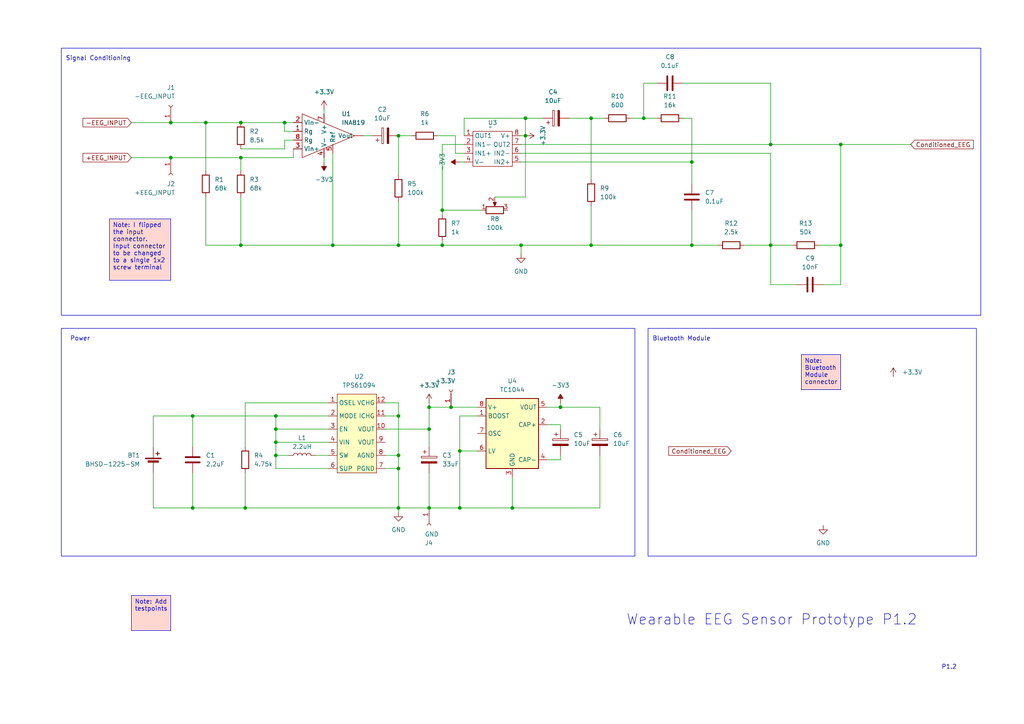
<source format=kicad_sch>
(kicad_sch (version 20230121) (generator eeschema)
  (paper "A4")
  (lib_symbols
    (symbol "Connector:Conn_01x01_Socket" (pin_names (offset 1.016) hide)
      (property "Reference" "J" (at 0 2.54 0))
      (property "Value" "Conn_01x01_Socket" (at 0 -2.54 0))
      (symbol "Conn_01x01_Socket_1_1"
        (polyline (pts (xy -1.27 0) (xy -0.508 0)) (stroke (width 0.1524)))
        (arc (start 0 0.508) (mid -0.5058 0) (end 0 -0.508) (stroke (width 0.1524)))
        (pin passive line (at -5.08 0 0) (length 3.81) (name "Pin_1") (number "1"))
      )
    )
    (symbol "Device:Battery_Cell" (pin_numbers hide) (pin_names (offset 0) hide)
      (property "Reference" "BT" (at 2.54 2.54 0))
      (property "Value" "Battery_Cell" (at 2.54 0 0))
      (symbol "Battery_Cell_0_1"
        (rectangle (start -2.286 1.778) (end 2.286 1.524) (fill (type outline)))
        (rectangle (start -1.524 1.016) (end 1.524 0.508) (fill (type outline)))
        (polyline (pts (xy 0 0.762) (xy 0 0)))
        (polyline (pts (xy 0 1.778) (xy 0 2.54)))
        (polyline (pts (xy 0.762 3.048) (xy 1.778 3.048)) (stroke (width 0.254)))
        (polyline (pts (xy 1.27 3.556) (xy 1.27 2.54)) (stroke (width 0.254)))
      )
      (symbol "Battery_Cell_1_1"
        (pin passive line (at 0 5.08 270) (length 2.54) (name "+") (number "1"))
        (pin passive line (at 0 -2.54 90) (length 2.54) (name "-") (number "2"))
      )
    )
    (symbol "Device:C" (pin_numbers hide) (pin_names (offset 0.254))
      (property "Reference" "C" (at 0.635 2.54 0))
      (property "Value" "C" (at 0.635 -2.54 0))
      (symbol "C_0_1"
        (polyline (pts (xy -2.032 -0.762) (xy 2.032 -0.762)) (stroke (width 0.508)))
        (polyline (pts (xy -2.032 0.762) (xy 2.032 0.762)) (stroke (width 0.508)))
      )
      (symbol "C_1_1"
        (pin passive line (at 0 3.81 270) (length 2.794) (name "~") (number "1"))
        (pin passive line (at 0 -3.81 90) (length 2.794) (name "~") (number "2"))
      )
    )
    (symbol "Device:C_Polarized" (pin_numbers hide) (pin_names (offset 0.254))
      (property "Reference" "C" (at 0.635 2.54 0))
      (property "Value" "C_Polarized" (at 0.635 -2.54 0))
      (symbol "C_Polarized_0_1"
        (rectangle (start -2.286 0.508) (end 2.286 1.016))
        (polyline (pts (xy -1.778 2.286) (xy -0.762 2.286)))
        (polyline (pts (xy -1.27 2.794) (xy -1.27 1.778)))
        (rectangle (start 2.286 -0.508) (end -2.286 -1.016) (fill (type outline)))
      )
      (symbol "C_Polarized_1_1"
        (pin passive line (at 0 3.81 270) (length 2.794) (name "~") (number "1"))
        (pin passive line (at 0 -3.81 90) (length 2.794) (name "~") (number "2"))
      )
    )
    (symbol "Device:L" (pin_numbers hide) (pin_names (offset 1.016) hide)
      (property "Reference" "L" (at -1.27 0 90))
      (property "Value" "L" (at 1.905 0 90))
      (symbol "L_0_1"
        (arc (start 0 -2.54) (mid 0.6323 -1.905) (end 0 -1.27))
        (arc (start 0 -1.27) (mid 0.6323 -0.635) (end 0 0))
        (arc (start 0 0) (mid 0.6323 0.635) (end 0 1.27))
        (arc (start 0 1.27) (mid 0.6323 1.905) (end 0 2.54))
      )
      (symbol "L_1_1"
        (pin passive line (at 0 3.81 270) (length 1.27) (name "1") (number "1"))
        (pin passive line (at 0 -3.81 90) (length 1.27) (name "2") (number "2"))
      )
    )
    (symbol "Device:R" (pin_numbers hide) (pin_names (offset 0))
      (property "Reference" "R" (at 2.032 0 90))
      (property "Value" "R" (at 0 0 90))
      (symbol "R_0_1"
        (rectangle (start -1.016 -2.54) (end 1.016 2.54) (stroke (width 0.254)))
      )
      (symbol "R_1_1"
        (pin passive line (at 0 3.81 270) (length 1.27) (name "~") (number "1"))
        (pin passive line (at 0 -3.81 90) (length 1.27) (name "~") (number "2"))
      )
    )
    (symbol "Device:R_Potentiometer" (pin_names (offset 1.016) hide)
      (property "Reference" "RV" (at -4.445 0 90))
      (property "Value" "R_Potentiometer" (at -2.54 0 90))
      (symbol "R_Potentiometer_0_1"
        (polyline (pts (xy 2.54 0) (xy 1.524 0)))
        (polyline (pts (xy 1.143 0) (xy 2.286 0.508) (xy 2.286 -0.508) (xy 1.143 0)) (fill (type outline)))
        (rectangle (start 1.016 2.54) (end -1.016 -2.54) (stroke (width 0.254)))
      )
      (symbol "R_Potentiometer_1_1"
        (pin passive line (at 0 3.81 270) (length 1.27) (name "1") (number "1"))
        (pin passive line (at 3.81 0 180) (length 1.27) (name "2") (number "2"))
        (pin passive line (at 0 -3.81 90) (length 1.27) (name "3") (number "3"))
      )
    )
    (symbol "My_Library:INA118"
      (property "Reference" "U" (at 3.81 6.35 0))
      (symbol "INA118_0_1"
        (polyline (pts (xy -5.08 5.08) (xy -5.08 -6.35) (xy 10.16 0) (xy -5.08 6.35) (xy -5.08 5.08)))
      )
      (symbol "INA118_1_0"
        (pin bidirectional line (at 12.7 0 180) (length 2.54) (name "Vout") (number ""))
        (pin bidirectional line (at -7.62 1.27 0) (length 2.54) (name "Rg") (number "1"))
        (pin input line (at -7.62 3.81 0) (length 2.54) (name "Vin-") (number "2"))
        (pin input line (at -7.62 -3.81 0) (length 2.54) (name "Vin+") (number "3"))
        (pin bidirectional line (at 1.27 -6.35 90) (length 2.54) (name "V-") (number "4"))
        (pin bidirectional line (at 3.81 -5.08 90) (length 2.54) (name "Ref") (number "5"))
        (pin bidirectional line (at 1.27 6.35 270) (length 2.54) (name "V+") (number "7"))
        (pin bidirectional line (at -7.62 -1.27 0) (length 2.54) (name "Rg") (number "8"))
      )
    )
    (symbol "My_Library:TLV9102"
      (property "Reference" "U" (at 0 2.54 0))
      (symbol "TLV9102_0_1"
        (polyline (pts (xy -5.08 1.27) (xy 6.35 1.27) (xy 6.35 -8.89) (xy -5.08 -8.89) (xy -5.08 1.27)))
      )
      (symbol "TLV9102_1_1"
        (pin output line (at -7.62 0 0) (length 2.54) (name "OUT1") (number "1"))
        (pin input line (at -7.62 -2.54 0) (length 2.54) (name "IN1-") (number "2"))
        (pin input line (at -7.62 -5.08 0) (length 2.54) (name "IN1+") (number "3"))
        (pin input line (at -7.62 -7.62 0) (length 2.54) (name "V-") (number "4"))
        (pin input line (at 8.89 -7.62 180) (length 2.54) (name "IN2+") (number "5"))
        (pin input line (at 8.89 -5.08 180) (length 2.54) (name "IN2-") (number "6"))
        (pin output line (at 8.89 -2.54 180) (length 2.54) (name "OUT2") (number "7"))
        (pin input line (at 8.89 0 180) (length 2.54) (name "V+") (number "8"))
      )
    )
    (symbol "My_Library:TPS61094"
      (property "Reference" "U1" (at 1.27 5.08 0))
      (property "Value" "TPS61094" (at 1.27 2.54 0))
      (symbol "TPS61094_1_1"
        (polyline (pts (xy -5.08 0) (xy -5.08 -22.86) (xy 6.35 -22.86) (xy 6.35 0) (xy -5.08 0)) (fill (type background)))
        (pin input line (at -7.62 -2.54 0) (length 2.54) (name "OSEL") (number "1"))
        (pin output line (at 8.89 -10.16 180) (length 2.54) (name "VOUT") (number "10"))
        (pin input line (at 8.89 -6.35 180) (length 2.54) (name "ICHG") (number "11"))
        (pin input line (at 8.89 -2.54 180) (length 2.54) (name "VCHG") (number "12"))
        (pin input line (at -7.62 -6.35 0) (length 2.54) (name "MODE") (number "2"))
        (pin input line (at -7.62 -10.16 0) (length 2.54) (name "EN") (number "3"))
        (pin input line (at -7.62 -13.97 0) (length 2.54) (name "VIN") (number "4"))
        (pin input line (at -7.62 -17.78 0) (length 2.54) (name "SW") (number "5"))
        (pin input line (at -7.62 -21.59 0) (length 2.54) (name "SUP") (number "6"))
        (pin output line (at 8.89 -21.59 180) (length 2.54) (name "PGND") (number "7"))
        (pin output line (at 8.89 -17.78 180) (length 2.54) (name "AGND") (number "8"))
        (pin output line (at 8.89 -13.97 180) (length 2.54) (name "VOUT") (number "9"))
      )
    )
    (symbol "Regulator_SwitchedCapacitor:LTC1044"
      (property "Reference" "U" (at -6.35 11.43 0))
      (property "Value" "LTC1044" (at 3.81 11.43 0))
      (symbol "LTC1044_0_1"
        (rectangle (start -7.62 10.16) (end 7.62 -10.16) (stroke (width 0.254)) (fill (type background)))
      )
      (symbol "LTC1044_1_1"
        (pin input line (at -10.16 5.08 0) (length 2.54) (name "BOOST") (number "1"))
        (pin input line (at 10.16 2.54 180) (length 2.54) (name "CAP+") (number "2"))
        (pin power_in line (at 0 -12.7 90) (length 2.54) (name "GND") (number "3"))
        (pin input line (at 10.16 -7.62 180) (length 2.54) (name "CAP-") (number "4"))
        (pin power_out line (at 10.16 7.62 180) (length 2.54) (name "VOUT") (number "5"))
        (pin input line (at -10.16 -5.08 0) (length 2.54) (name "LV") (number "6"))
        (pin input line (at -10.16 0 0) (length 2.54) (name "OSC") (number "7"))
        (pin power_in line (at -10.16 7.62 0) (length 2.54) (name "V+") (number "8"))
      )
    )
    (symbol "power:+3.3V" (power) (pin_names (offset 0))
      (property "Value" "+3.3V" (at 0 3.556 0))
      (symbol "+3.3V_0_1"
        (polyline (pts (xy -0.762 1.27) (xy 0 2.54)))
        (polyline (pts (xy 0 0) (xy 0 2.54)))
        (polyline (pts (xy 0 2.54) (xy 0.762 1.27)))
      )
      (symbol "+3.3V_1_1"
        (pin power_in line (at 0 0 90) (length 0) hide (name "+3.3V") (number "1"))
      )
    )
    (symbol "power:-3V3" (power) (pin_names (offset 0))
      (property "Value" "-3V3" (at 0 3.81 0))
      (symbol "-3V3_0_0"
        (pin power_in line (at 0 0 90) (length 0) hide (name "-3V3") (number "1"))
      )
      (symbol "-3V3_0_1"
        (polyline (pts (xy 0 0) (xy 0 1.27) (xy 0.762 1.27) (xy 0 2.54) (xy -0.762 1.27) (xy 0 1.27)) (fill (type outline)))
      )
    )
    (symbol "power:GND" (power) (pin_names (offset 0))
      (property "Value" "GND" (at 0 -3.81 0))
      (symbol "GND_0_1"
        (polyline (pts (xy 0 0) (xy 0 -1.27) (xy 1.27 -1.27) (xy 0 -2.54) (xy -1.27 -1.27) (xy 0 -1.27)))
      )
      (symbol "GND_1_1"
        (pin power_in line (at 0 0 270) (length 0) hide (name "GND") (number "1"))
      )
    )
  )
  (junction (at 115.57 132.08))
  (junction (at 71.12 147.32))
  (junction (at 152.4 34.29))
  (junction (at 223.52 71.12))
  (junction (at 130.81 118.11))
  (junction (at 133.35 130.81))
  (junction (at 80.01 132.08))
  (junction (at 186.69 34.29))
  (junction (at 128.27 60.96))
  (junction (at 171.45 71.12))
  (junction (at 115.57 135.89))
  (junction (at 128.27 71.12))
  (junction (at 55.88 147.32))
  (junction (at 82.55 35.56))
  (junction (at 69.85 35.56))
  (junction (at 69.85 71.12))
  (junction (at 124.46 147.32))
  (junction (at 80.01 120.65))
  (junction (at 49.53 35.56))
  (junction (at 200.66 46.99))
  (junction (at 115.57 147.32))
  (junction (at 171.45 34.29))
  (junction (at 151.13 71.12))
  (junction (at 243.84 41.91))
  (junction (at 49.53 45.72))
  (junction (at 223.52 41.91))
  (junction (at 115.57 120.65))
  (junction (at 133.35 147.32))
  (junction (at 115.57 71.12))
  (junction (at 243.84 71.12))
  (junction (at 200.66 71.12))
  (junction (at 80.01 124.46))
  (junction (at 124.46 118.11))
  (junction (at 96.52 71.12))
  (junction (at 148.59 147.32))
  (junction (at 115.57 39.37))
  (junction (at 59.69 35.56))
  (junction (at 152.4 39.37))
  (junction (at 55.88 120.65))
  (junction (at 80.01 128.27))
  (junction (at 69.85 45.72))
  (junction (at 124.46 124.46))
  (junction (at 162.56 118.11))
  (wire (pts (xy 152.4 34.29) (xy 157.48 34.29)))
  (wire (pts (xy 49.53 35.56) (xy 59.69 35.56)))
  (wire (pts (xy 134.62 34.29) (xy 152.4 34.29)))
  (wire (pts (xy 243.84 41.91) (xy 264.16 41.91)))
  (wire (pts (xy 44.45 129.54) (xy 44.45 120.65)))
  (wire (pts (xy 223.52 44.45) (xy 151.13 44.45)))
  (wire (pts (xy 133.35 46.99) (xy 134.62 46.99)))
  (wire (pts (xy 82.55 40.64) (xy 85.09 40.64)))
  (wire (pts (xy 243.84 71.12) (xy 243.84 82.55)))
  (wire (pts (xy 115.57 120.65) (xy 115.57 132.08)))
  (wire (pts (xy 115.57 132.08) (xy 115.57 135.89)))
  (wire (pts (xy 171.45 34.29) (xy 171.45 52.07)))
  (wire (pts (xy 133.35 147.32) (xy 148.59 147.32)))
  (wire (pts (xy 152.4 39.37) (xy 152.4 57.15)))
  (wire (pts (xy 115.57 58.42) (xy 115.57 71.12)))
  (wire (pts (xy 80.01 124.46) (xy 80.01 120.65)))
  (wire (pts (xy 115.57 135.89) (xy 111.76 135.89)))
  (wire (pts (xy 82.55 43.18) (xy 82.55 40.64)))
  (wire (pts (xy 223.52 82.55) (xy 231.14 82.55)))
  (wire (pts (xy 69.85 49.53) (xy 69.85 45.72)))
  (wire (pts (xy 69.85 71.12) (xy 96.52 71.12)))
  (wire (pts (xy 55.88 120.65) (xy 80.01 120.65)))
  (wire (pts (xy 238.76 82.55) (xy 243.84 82.55)))
  (wire (pts (xy 134.62 39.37) (xy 134.62 34.29)))
  (wire (pts (xy 93.98 46.99) (xy 93.98 45.72)))
  (wire (pts (xy 148.59 138.43) (xy 148.59 147.32)))
  (wire (pts (xy 215.9 71.12) (xy 223.52 71.12)))
  (wire (pts (xy 229.87 71.12) (xy 223.52 71.12)))
  (wire (pts (xy 111.76 124.46) (xy 124.46 124.46)))
  (wire (pts (xy 173.99 132.08) (xy 173.99 147.32)))
  (wire (pts (xy 124.46 124.46) (xy 124.46 129.54)))
  (wire (pts (xy 128.27 60.96) (xy 139.7 60.96)))
  (wire (pts (xy 95.25 135.89) (xy 80.01 135.89)))
  (wire (pts (xy 124.46 118.11) (xy 124.46 124.46)))
  (wire (pts (xy 223.52 41.91) (xy 223.52 24.13)))
  (wire (pts (xy 49.53 45.72) (xy 69.85 45.72)))
  (wire (pts (xy 82.55 35.56) (xy 85.09 35.56)))
  (wire (pts (xy 200.66 34.29) (xy 200.66 46.99)))
  (wire (pts (xy 151.13 73.66) (xy 151.13 71.12)))
  (wire (pts (xy 173.99 124.46) (xy 173.99 118.11)))
  (wire (pts (xy 171.45 34.29) (xy 175.26 34.29)))
  (wire (pts (xy 132.08 39.37) (xy 132.08 44.45)))
  (wire (pts (xy 128.27 69.85) (xy 128.27 71.12)))
  (wire (pts (xy 82.55 38.1) (xy 85.09 38.1)))
  (wire (pts (xy 55.88 147.32) (xy 55.88 137.16)))
  (wire (pts (xy 152.4 34.29) (xy 152.4 39.37)))
  (wire (pts (xy 85.09 45.72) (xy 85.09 43.18)))
  (wire (pts (xy 133.35 130.81) (xy 133.35 147.32)))
  (wire (pts (xy 80.01 128.27) (xy 80.01 124.46)))
  (wire (pts (xy 69.85 43.18) (xy 82.55 43.18)))
  (wire (pts (xy 115.57 135.89) (xy 115.57 147.32)))
  (wire (pts (xy 162.56 123.19) (xy 158.75 123.19)))
  (wire (pts (xy 124.46 116.84) (xy 124.46 118.11)))
  (wire (pts (xy 237.49 71.12) (xy 243.84 71.12)))
  (wire (pts (xy 69.85 45.72) (xy 85.09 45.72)))
  (wire (pts (xy 69.85 35.56) (xy 82.55 35.56)))
  (wire (pts (xy 80.01 128.27) (xy 95.25 128.27)))
  (wire (pts (xy 152.4 39.37) (xy 151.13 39.37)))
  (wire (pts (xy 38.1 35.56) (xy 49.53 35.56)))
  (wire (pts (xy 200.66 46.99) (xy 200.66 53.34)))
  (wire (pts (xy 59.69 57.15) (xy 59.69 71.12)))
  (wire (pts (xy 162.56 132.08) (xy 162.56 133.35)))
  (wire (pts (xy 151.13 41.91) (xy 223.52 41.91)))
  (wire (pts (xy 91.44 132.08) (xy 95.25 132.08)))
  (wire (pts (xy 243.84 41.91) (xy 243.84 71.12)))
  (wire (pts (xy 80.01 124.46) (xy 95.25 124.46)))
  (wire (pts (xy 44.45 120.65) (xy 55.88 120.65)))
  (wire (pts (xy 115.57 50.8) (xy 115.57 39.37)))
  (wire (pts (xy 162.56 133.35) (xy 158.75 133.35)))
  (wire (pts (xy 80.01 132.08) (xy 80.01 128.27)))
  (wire (pts (xy 80.01 135.89) (xy 80.01 132.08)))
  (wire (pts (xy 96.52 71.12) (xy 115.57 71.12)))
  (wire (pts (xy 186.69 34.29) (xy 190.5 34.29)))
  (wire (pts (xy 143.51 57.15) (xy 152.4 57.15)))
  (wire (pts (xy 80.01 120.65) (xy 95.25 120.65)))
  (wire (pts (xy 182.88 34.29) (xy 186.69 34.29)))
  (wire (pts (xy 69.85 57.15) (xy 69.85 71.12)))
  (wire (pts (xy 200.66 71.12) (xy 208.28 71.12)))
  (wire (pts (xy 111.76 120.65) (xy 115.57 120.65)))
  (wire (pts (xy 190.5 24.13) (xy 186.69 24.13)))
  (wire (pts (xy 59.69 49.53) (xy 59.69 35.56)))
  (wire (pts (xy 115.57 148.59) (xy 115.57 147.32)))
  (wire (pts (xy 71.12 116.84) (xy 95.25 116.84)))
  (wire (pts (xy 55.88 120.65) (xy 55.88 129.54)))
  (wire (pts (xy 132.08 44.45) (xy 134.62 44.45)))
  (wire (pts (xy 55.88 147.32) (xy 71.12 147.32)))
  (wire (pts (xy 162.56 116.84) (xy 162.56 118.11)))
  (wire (pts (xy 198.12 34.29) (xy 200.66 34.29)))
  (wire (pts (xy 71.12 137.16) (xy 71.12 147.32)))
  (wire (pts (xy 71.12 147.32) (xy 115.57 147.32)))
  (wire (pts (xy 83.82 132.08) (xy 80.01 132.08)))
  (wire (pts (xy 44.45 137.16) (xy 44.45 147.32)))
  (wire (pts (xy 124.46 147.32) (xy 115.57 147.32)))
  (wire (pts (xy 162.56 118.11) (xy 158.75 118.11)))
  (wire (pts (xy 151.13 46.99) (xy 200.66 46.99)))
  (wire (pts (xy 93.98 31.75) (xy 93.98 33.02)))
  (wire (pts (xy 71.12 116.84) (xy 71.12 129.54)))
  (wire (pts (xy 223.52 41.91) (xy 243.84 41.91)))
  (wire (pts (xy 111.76 116.84) (xy 115.57 116.84)))
  (wire (pts (xy 124.46 137.16) (xy 124.46 147.32)))
  (wire (pts (xy 138.43 120.65) (xy 133.35 120.65)))
  (wire (pts (xy 130.81 118.11) (xy 138.43 118.11)))
  (wire (pts (xy 127 39.37) (xy 132.08 39.37)))
  (wire (pts (xy 133.35 120.65) (xy 133.35 130.81)))
  (wire (pts (xy 165.1 34.29) (xy 171.45 34.29)))
  (wire (pts (xy 223.52 44.45) (xy 223.52 71.12)))
  (wire (pts (xy 128.27 60.96) (xy 128.27 62.23)))
  (wire (pts (xy 128.27 71.12) (xy 151.13 71.12)))
  (wire (pts (xy 105.41 39.37) (xy 107.95 39.37)))
  (wire (pts (xy 59.69 35.56) (xy 69.85 35.56)))
  (wire (pts (xy 38.1 45.72) (xy 49.53 45.72)))
  (wire (pts (xy 151.13 71.12) (xy 171.45 71.12)))
  (wire (pts (xy 186.69 24.13) (xy 186.69 34.29)))
  (wire (pts (xy 134.62 41.91) (xy 128.27 41.91)))
  (wire (pts (xy 44.45 147.32) (xy 55.88 147.32)))
  (wire (pts (xy 162.56 124.46) (xy 162.56 123.19)))
  (wire (pts (xy 198.12 24.13) (xy 223.52 24.13)))
  (wire (pts (xy 128.27 41.91) (xy 128.27 60.96)))
  (wire (pts (xy 171.45 59.69) (xy 171.45 71.12)))
  (wire (pts (xy 96.52 44.45) (xy 96.52 71.12)))
  (wire (pts (xy 162.56 118.11) (xy 173.99 118.11)))
  (wire (pts (xy 148.59 147.32) (xy 173.99 147.32)))
  (wire (pts (xy 171.45 71.12) (xy 200.66 71.12)))
  (wire (pts (xy 124.46 118.11) (xy 130.81 118.11)))
  (wire (pts (xy 223.52 71.12) (xy 223.52 82.55)))
  (wire (pts (xy 200.66 60.96) (xy 200.66 71.12)))
  (wire (pts (xy 82.55 35.56) (xy 82.55 38.1)))
  (wire (pts (xy 124.46 147.32) (xy 133.35 147.32)))
  (wire (pts (xy 115.57 71.12) (xy 128.27 71.12)))
  (wire (pts (xy 59.69 71.12) (xy 69.85 71.12)))
  (wire (pts (xy 138.43 130.81) (xy 133.35 130.81)))
  (wire (pts (xy 115.57 116.84) (xy 115.57 120.65)))
  (wire (pts (xy 115.57 39.37) (xy 119.38 39.37)))
  (wire (pts (xy 115.57 132.08) (xy 111.76 132.08)))
  (rectangle (start 17.78 13.97) (end 284.48 91.44))
  (rectangle (start 17.78 95.25) (end 184.15 161.29))
  (rectangle (start 187.96 95.25) (end 283.21 161.29))
  (text_box "Note: I flipped the input connector. Input connector to be changed to a single 1x2 screw terminal" (at 31.75 63.5 0) (size 17.78 17.78) (fill (type color) (color 255 215 209 1)) (effects (font (size 1.27 1.27)) (justify left top)))
  (text_box "Note: Add testpoints" (at 38.1 172.72 0) (size 11.43 10.16) (fill (type color) (color 255 215 209 1)) (effects (font (size 1.27 1.27)) (justify left top)))
  (text_box "Note: Bluetooth Module connector" (at 232.41 102.87 0) (size 11.43 10.16) (fill (type color) (color 255 215 209 1)) (effects (font (size 1.27 1.27)) (justify left top)))
  (text "P1.2" (at 273.05 194.31 0) (effects (font (size 1.27 1.27)) (justify left bottom)))
  (text "Power" (at 20.32 99.06 0) (effects (font (size 1.27 1.27)) (justify left bottom)))
  (text "Signal Conditioning" (at 19.05 17.78 0) (effects (font (size 1.27 1.27)) (justify left bottom)))
  (text "Bluetooth Module" (at 189.23 99.06 0) (effects (font (size 1.27 1.27)) (justify left bottom)))
  (text "Wearable EEG Sensor Prototype P1.2" (at 181.61 181.61 0) (effects (font (size 3 3)) (justify left bottom)))
  (global_label "+EEG_INPUT" (shape input) (at 38.1 45.72 180) (property "Intersheetrefs" "${INTERSHEET_REFS}" (effects hide)))
  (global_label "Conditioned_EEG" (shape input) (at 212.09 130.81 180) (property "Intersheetrefs" "${INTERSHEET_REFS}" (effects hide)))
  (global_label "-EEG_INPUT" (shape input) (at 38.1 35.56 180) (property "Intersheetrefs" "${INTERSHEET_REFS}" (effects hide)))
  (global_label "Conditioned_EEG" (shape input) (at 264.16 41.91 0) (property "Intersheetrefs" "${INTERSHEET_REFS}" (effects hide)))
  (symbol (lib_id "Connector:Conn_01x01_Socket") (at 130.81 113.03 270) (mirror x) (unit 1)
    (property "Reference" "J3" (at 132.08 107.95 90) (effects (justify right)))
    (property "Value" "+3.3V" (at 132.08 110.49 90) (effects (justify right)))
  )
  (symbol (lib_id "Device:R_Potentiometer") (at 143.51 60.96 90) (unit 1)
    (property "Reference" "R8" (at 143.51 63.5 90))
    (property "Value" "100k" (at 143.51 66.04 90))
    (property "Footprint" "Resistor_THT:R_Axial_DIN0207_L6.3mm_D2.5mm_P10.16mm_Horizontal" (effects hide))
  )
  (symbol (lib_id "Device:R") (at 212.09 71.12 270) (unit 1)
    (property "Reference" "R12" (at 212.09 64.77 90))
    (property "Value" "2.5k" (at 212.09 67.31 90))
    (property "Footprint" "Resistor_THT:R_Axial_DIN0207_L6.3mm_D2.5mm_P10.16mm_Horizontal" (effects hide))
  )
  (symbol (lib_id "power:+3.3V") (at 93.98 31.75 0) (unit 1)
    (property "Reference" "#PWR01" (effects hide))
    (property "Value" "+3.3V" (at 93.98 26.67 0))
  )
  (symbol (lib_id "power:GND") (at 151.13 73.66 0) (unit 1)
    (property "Reference" "#PWR07" (effects hide))
    (property "Value" "GND" (at 151.13 78.74 0))
  )
  (symbol (lib_id "Device:C_Polarized") (at 162.56 128.27 0) (unit 1)
    (property "Reference" "C5" (at 166.37 126.111 0) (effects (justify left)))
    (property "Value" "10uF" (at 166.37 128.651 0) (effects (justify left)))
    (property "Footprint" "Capacitor_THT:CP_Radial_D5.0mm_P2.50mm" (effects hide))
  )
  (symbol (lib_id "power:+3.3V") (at 124.46 116.84 0) (unit 1)
    (property "Reference" "#PWR04" (effects hide))
    (property "Value" "+3.3V" (at 124.46 111.76 0))
  )
  (symbol (lib_id "power:GND") (at 238.76 152.4 0) (unit 1)
    (property "Reference" "#PWR011" (effects hide))
    (property "Value" "GND" (at 238.76 157.48 0))
  )
  (symbol (lib_id "power:+3.3V") (at 259.08 109.22 0) (unit 1)
    (property "Reference" "#PWR012" (effects hide))
    (property "Value" "+3.3V" (at 261.62 107.95 0) (effects (justify left)))
  )
  (symbol (lib_id "Device:R") (at 71.12 133.35 0) (unit 1)
    (property "Reference" "R4" (at 73.66 132.08 0) (effects (justify left)))
    (property "Value" "4.75k" (at 73.66 134.62 0) (effects (justify left)))
    (property "Footprint" "Resistor_THT:R_Axial_DIN0207_L6.3mm_D2.5mm_P10.16mm_Horizontal" (effects hide))
  )
  (symbol (lib_id "Device:R") (at 123.19 39.37 90) (unit 1)
    (property "Reference" "R6" (at 123.19 33.02 90))
    (property "Value" "1k" (at 123.19 35.56 90))
    (property "Footprint" "Resistor_THT:R_Axial_DIN0207_L6.3mm_D2.5mm_P10.16mm_Horizontal" (effects hide))
  )
  (symbol (lib_id "Device:R") (at 194.31 34.29 90) (unit 1)
    (property "Reference" "R11" (at 194.31 27.94 90))
    (property "Value" "16k" (at 194.31 30.48 90))
    (property "Footprint" "Resistor_THT:R_Axial_DIN0207_L6.3mm_D2.5mm_P10.16mm_Horizontal" (effects hide))
  )
  (symbol (lib_id "Device:C_Polarized") (at 161.29 34.29 90) (unit 1)
    (property "Reference" "C4" (at 160.401 26.67 90))
    (property "Value" "10uF" (at 160.401 29.21 90))
    (property "Footprint" "Capacitor_THT:CP_Radial_D5.0mm_P2.50mm" (effects hide))
  )
  (symbol (lib_id "Regulator_SwitchedCapacitor:LTC1044") (at 148.59 125.73 0) (unit 1)
    (property "Reference" "U4" (at 148.59 110.49 0))
    (property "Value" "TC1044" (at 148.59 113.03 0))
    (property "Datasheet" "https://www.analog.com/media/en/technical-documentation/data-sheets/lt1044.pdf" (effects hide))
  )
  (symbol (lib_id "power:GND") (at 115.57 148.59 0) (unit 1)
    (property "Reference" "#PWR03" (effects hide))
    (property "Value" "GND" (at 115.57 153.67 0))
  )
  (symbol (lib_id "My_Library:INA118") (at 92.71 39.37 0) (unit 1)
    (property "Reference" "U1" (at 99.06 33.02 0) (effects (justify left)))
    (property "Value" "INA819" (at 99.06 35.56 0) (effects (justify left)))
  )
  (symbol (lib_id "Device:C_Polarized") (at 173.99 128.27 0) (unit 1)
    (property "Reference" "C6" (at 177.8 126.111 0) (effects (justify left)))
    (property "Value" "10uF" (at 177.8 128.651 0) (effects (justify left)))
    (property "Footprint" "Capacitor_THT:CP_Radial_D5.0mm_P2.50mm" (effects hide))
  )
  (symbol (lib_id "Device:R") (at 69.85 39.37 0) (unit 1)
    (property "Reference" "R2" (at 72.39 38.1 0) (effects (justify left)))
    (property "Value" "8.5k" (at 72.39 40.64 0) (effects (justify left)))
    (property "Footprint" "Resistor_THT:R_Axial_DIN0207_L6.3mm_D2.5mm_P10.16mm_Horizontal" (effects hide))
  )
  (symbol (lib_id "Connector:Conn_01x01_Socket") (at 49.53 50.8 90) (mirror x) (unit 1)
    (property "Reference" "J2" (at 50.8 53.34 90) (effects (justify left)))
    (property "Value" "+EEG_INPUT" (at 50.8 55.88 90) (effects (justify left)))
  )
  (symbol (lib_id "Device:R") (at 171.45 55.88 0) (unit 1)
    (property "Reference" "R9" (at 173.99 54.61 0) (effects (justify left)))
    (property "Value" "100k" (at 173.99 57.15 0) (effects (justify left)))
    (property "Footprint" "Resistor_THT:R_Axial_DIN0207_L6.3mm_D2.5mm_P10.16mm_Horizontal" (effects hide))
  )
  (symbol (lib_id "My_Library:TPS61094") (at 102.87 114.3 0) (unit 1)
    (property "Reference" "U2" (at 104.14 109.22 0))
    (property "Value" "TPS61094" (at 104.14 111.76 0))
  )
  (symbol (lib_id "My_Library:TLV9102") (at 142.24 39.37 0) (unit 1)
    (property "Reference" "U3" (at 142.875 35.56 0))
    (property "Value" "~" (at 142.24 36.83 0))
  )
  (symbol (lib_id "Device:L") (at 87.63 132.08 90) (unit 1)
    (property "Reference" "L1" (at 87.63 127 90))
    (property "Value" "2.2uH" (at 87.63 129.54 90))
  )
  (symbol (lib_id "power:-3V3") (at 162.56 116.84 0) (unit 1)
    (property "Reference" "#PWR08" (effects hide))
    (property "Value" "-3V3" (at 162.56 111.76 0))
  )
  (symbol (lib_id "Device:C") (at 234.95 82.55 270) (unit 1)
    (property "Reference" "C9" (at 234.95 74.93 90))
    (property "Value" "10nF" (at 234.95 77.47 90))
    (property "Footprint" "Capacitor_THT:C_Rect_L7.0mm_W2.5mm_P5.00mm" (effects hide))
  )
  (symbol (lib_id "Device:C_Polarized") (at 111.76 39.37 90) (unit 1)
    (property "Reference" "C2" (at 110.871 31.75 90))
    (property "Value" "10uF" (at 110.871 34.29 90))
    (property "Footprint" "Capacitor_THT:CP_Radial_D5.0mm_P2.50mm" (effects hide))
  )
  (symbol (lib_id "Device:C") (at 55.88 133.35 0) (unit 1)
    (property "Reference" "C1" (at 59.69 132.08 0) (effects (justify left)))
    (property "Value" "2.2uF" (at 59.69 134.62 0) (effects (justify left)))
    (property "Footprint" "Capacitor_THT:C_Rect_L7.0mm_W4.5mm_P5.00mm" (effects hide))
  )
  (symbol (lib_id "Connector:Conn_01x01_Socket") (at 124.46 152.4 90) (mirror x) (unit 1)
    (property "Reference" "J4" (at 123.19 157.48 90) (effects (justify right)))
    (property "Value" "GND" (at 123.19 154.94 90) (effects (justify right)))
  )
  (symbol (lib_id "Device:R") (at 179.07 34.29 90) (unit 1)
    (property "Reference" "R10" (at 179.07 27.94 90))
    (property "Value" "600" (at 179.07 30.48 90))
    (property "Footprint" "Resistor_THT:R_Axial_DIN0207_L6.3mm_D2.5mm_P10.16mm_Horizontal" (effects hide))
  )
  (symbol (lib_id "power:-3V3") (at 133.35 46.99 90) (unit 1)
    (property "Reference" "#PWR06" (effects hide))
    (property "Value" "-3V3" (at 128.27 46.99 0))
  )
  (symbol (lib_id "Device:R") (at 59.69 53.34 0) (unit 1)
    (property "Reference" "R1" (at 62.23 52.07 0) (effects (justify left)))
    (property "Value" "68k" (at 62.23 54.61 0) (effects (justify left)))
    (property "Footprint" "Resistor_THT:R_Axial_DIN0207_L6.3mm_D2.5mm_P10.16mm_Horizontal" (effects hide))
  )
  (symbol (lib_id "Device:C_Polarized") (at 124.46 133.35 0) (unit 1)
    (property "Reference" "C3" (at 128.27 132.08 0) (effects (justify left)))
    (property "Value" "33uF" (at 128.27 134.62 0) (effects (justify left)))
    (property "Footprint" "Capacitor_THT:CP_Radial_D8.0mm_P5.00mm" (effects hide))
  )
  (symbol (lib_id "Device:C") (at 200.66 57.15 180) (unit 1)
    (property "Reference" "C7" (at 204.47 55.88 0) (effects (justify right)))
    (property "Value" "0.1uF" (at 204.47 58.42 0) (effects (justify right)))
    (property "Footprint" "Capacitor_THT:C_Rect_L7.0mm_W4.5mm_P5.00mm" (effects hide))
  )
  (symbol (lib_id "Device:C") (at 194.31 24.13 270) (unit 1)
    (property "Reference" "C8" (at 194.31 16.51 90))
    (property "Value" "0.1uF" (at 194.31 19.05 90))
    (property "Footprint" "Capacitor_THT:C_Rect_L7.0mm_W2.5mm_P5.00mm" (effects hide))
  )
  (symbol (lib_id "Device:R") (at 69.85 53.34 0) (unit 1)
    (property "Reference" "R3" (at 72.39 52.07 0) (effects (justify left)))
    (property "Value" "68k" (at 72.39 54.61 0) (effects (justify left)))
    (property "Footprint" "Resistor_THT:R_Axial_DIN0207_L6.3mm_D2.5mm_P10.16mm_Horizontal" (effects hide))
  )
  (symbol (lib_id "Device:R") (at 233.68 71.12 270) (unit 1)
    (property "Reference" "R13" (at 233.68 64.77 90))
    (property "Value" "50k" (at 233.68 67.31 90))
    (property "Footprint" "Resistor_THT:R_Axial_DIN0207_L6.3mm_D2.5mm_P10.16mm_Horizontal" (effects hide))
  )
  (symbol (lib_id "Connector:Conn_01x01_Socket") (at 49.53 30.48 270) (mirror x) (unit 1)
    (property "Reference" "J1" (at 50.8 25.4 90) (effects (justify right)))
    (property "Value" "-EEG_INPUT" (at 50.8 27.94 90) (effects (justify right)))
  )
  (symbol (lib_id "Device:R") (at 128.27 66.04 180) (unit 1)
    (property "Reference" "R7" (at 130.81 64.77 0) (effects (justify right)))
    (property "Value" "1k" (at 130.81 67.31 0) (effects (justify right)))
    (property "Footprint" "Resistor_THT:R_Axial_DIN0207_L6.3mm_D2.5mm_P10.16mm_Horizontal" (effects hide))
  )
  (symbol (lib_id "power:+3.3V") (at 152.4 39.37 270) (unit 1)
    (property "Reference" "#PWR05" (effects hide))
    (property "Value" "+3.3V" (at 157.48 39.37 0))
  )
  (symbol (lib_id "Device:Battery_Cell") (at 44.45 134.62 0) (unit 1)
    (property "Reference" "BT1" (at 40.64 132.08 0) (effects (justify right)))
    (property "Value" "BHSD-1225-SM" (at 40.64 134.62 0) (effects (justify right)))
  )
  (symbol (lib_id "power:-3V3") (at 93.98 46.99 180) (unit 1)
    (property "Reference" "#PWR02" (effects hide))
    (property "Value" "-3V3" (at 93.98 52.07 0))
  )
  (symbol (lib_id "Device:R") (at 115.57 54.61 0) (unit 1)
    (property "Reference" "R5" (at 118.11 53.34 0) (effects (justify left)))
    (property "Value" "100k" (at 118.11 55.88 0) (effects (justify left)))
    (property "Footprint" "Resistor_THT:R_Axial_DIN0207_L6.3mm_D2.5mm_P10.16mm_Horizontal" (effects hide))
  )
)
</source>
